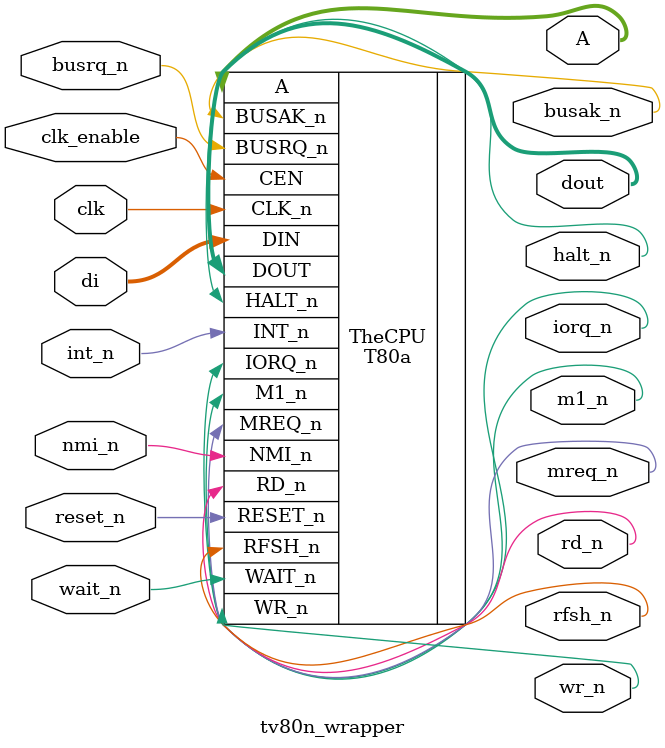
<source format=v>
`timescale 1ns / 1ps


`default_nettype wire

module tv80n_wrapper (
  // Outputs
  m1_n, mreq_n, iorq_n, rd_n, wr_n, rfsh_n, halt_n, busak_n, A, dout,
  // Inputs
  reset_n, clk, clk_enable, wait_n, int_n, nmi_n, busrq_n, di
  );

  input         reset_n; 
  input         clk; 
  input         clk_enable;
  input         wait_n; 
  input         int_n; 
  input         nmi_n; 
  input         busrq_n; 
  output        m1_n; 
  output        mreq_n; 
  output        iorq_n; 
  output        rd_n; 
  output        wr_n; 
  output        rfsh_n; 
  output        halt_n; 
  output        busak_n; 
  output [15:0] A;
  input [7:0]   di;
  output [7:0]  dout;

  wire [7:0] d;

  T80a TheCPU (
  	.RESET_n(reset_n),
		.CLK_n(clk),
    .CEN(clk_enable),
		.WAIT_n(wait_n),
		.INT_n(int_n),
		.NMI_n(nmi_n),
		.BUSRQ_n(busrq_n),
		.M1_n(m1_n),
		.MREQ_n(mreq_n),
		.IORQ_n(iorq_n),
		.RD_n(rd_n),
		.WR_n(wr_n),
		.RFSH_n(rfsh_n),
		.HALT_n(halt_n),
		.BUSAK_n(busak_n),
		.A(A),
		.DIN(di),
    .DOUT(dout)
	);
	
//	assign dout = d; 
//	assign d = ( (!mreq_n || !iorq_n) && !rd_n)? di : 
//               ( (!mreq_n || !iorq_n) && !wr_n)? 8'hZZ :
//               (busak_n == 1'b0)? 8'hZZ :
//               8'hFF;

endmodule

`default_nettype none
</source>
